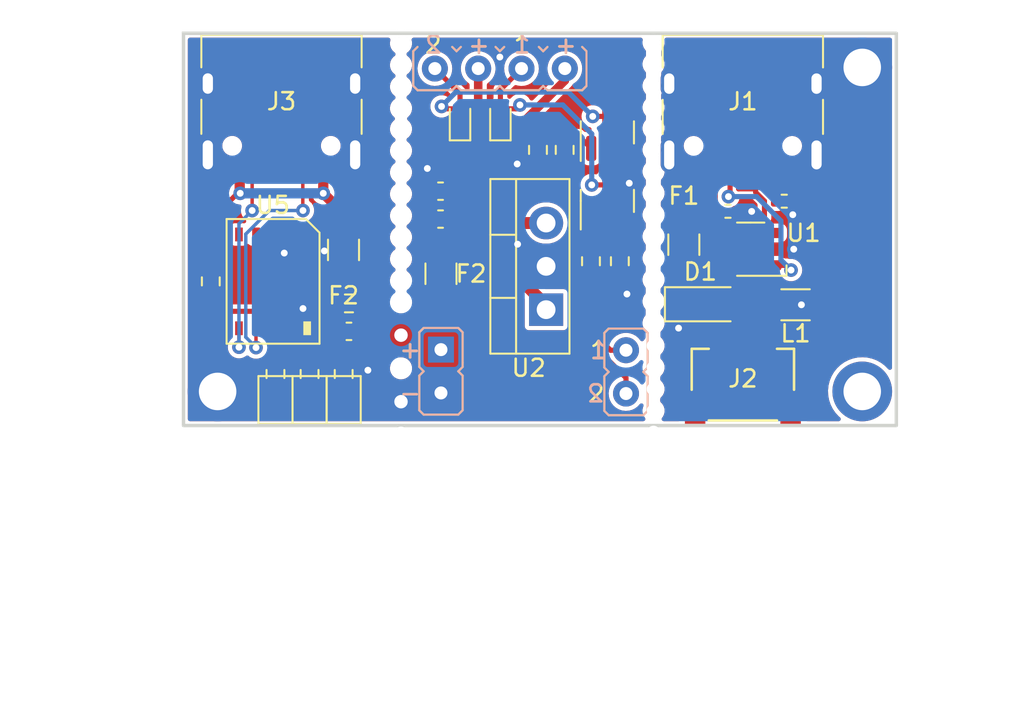
<source format=kicad_pcb>
(kicad_pcb (version 20211014) (generator pcbnew)
  (layers (0 "F.Cu" signal) (31 "B.Cu" signal) (34 "B.Paste" user) (35 "F.Paste" user) (36 "B.SilkS" user "B.Silkscreen") (37 "F.SilkS" user "F.Silkscreen") (38 "B.Mask" user) (39 "F.Mask" user) (44 "Edge.Cuts" user))
  (net 0 "")
  (net 1 "GNDPWR")
  (net 2 "VBUS")
  (net 3 "+12V")
  (net 4 "VCC")
  (net 5 "GND")
  (net 6 "D+")
  (net 7 "D-")
  (net 8 "CC1")
  (net 9 "CC2")
  (net 10 "S1")
  (net 11 "S2")
  (net 12 "S1_MOS")
  (net 13 "S2_MOS")
  (net 14 "S1_OUT")
  (net 15 "S2_OUT")
  (net 16 "VDD")
  (net 17 "VBUS_IN")
  (net 18 "GND_JUMP")
  (footprint "Resistor_SMD:R_0402_1005Metric" (layer "F.Cu") (at 51.925892 30.436168)
    (fp_text reference "R2" hide)
    (fp_text value "5.1k")
    (pad "1" smd roundrect (at -0.51 0) (size 0.54 0.64) (layers "F.Cu" "F.Paste" "F.Mask") (net 9 "CC2"))
    (pad "2" smd roundrect (at 0.51 0) (size 0.54 0.64) (layers "F.Cu" "F.Paste" "F.Mask") (net 1 "GNDPWR"))
  )
  (footprint "Capacitor_SMD:C_0603_1608Metric" (layer "F.Cu") (at 35.072123 30.891899 180)
    (fp_text reference "REF**" hide)
    (fp_text value "1uF")
    (pad "1" smd roundrect (at -0.775 0 180) (size 0.9 0.95) (layers "F.Cu" "F.Paste" "F.Mask") (net 4 "VCC"))
    (pad "2" smd roundrect (at 0.775 0 180) (size 0.9 0.95) (layers "F.Cu" "F.Paste" "F.Mask") (net 5 "GND"))
  )
  (footprint "Connector_USB:USB_C_Receptacle_HRO_TYPE-C-31-M-12" (layer "F.Cu") (at 25.745327 23.994483 180)
    (fp_text reference "J3" (at 0 0 180) (layer "F.SilkS"))
    (fp_text value "USB_C_Receptacle_HRO_TYPE-C-31-M-12")
    (pad "" np_thru_hole circle (at -2.89 -2.6 180) (size 0.65 0.65) (drill 0.65) (layers *.Cu *.Mask))
    (pad "" np_thru_hole circle (at 2.89 -2.6 180) (size 0.65 0.65) (drill 0.65) (layers *.Cu *.Mask))
    (pad "A1" smd rect (at -3.25 -4.045 180) (size 0.6 1.45) (layers "F.Cu" "F.Paste" "F.Mask") (net 5 "GND"))
    (pad "A4" smd rect (at -2.45 -4.045 180) (size 0.6 1.45) (layers "F.Cu" "F.Paste" "F.Mask") (net 2 "VBUS"))
    (pad "A5" smd rect (at -1.25 -4.045 180) (size 0.3 1.45) (layers "F.Cu" "F.Paste" "F.Mask") (net 8 "CC1"))
    (pad "A6" smd rect (at -0.25 -4.045 180) (size 0.3 1.45) (layers "F.Cu" "F.Paste" "F.Mask"))
    (pad "A7" smd rect (at 0.25 -4.045 180) (size 0.3 1.45) (layers "F.Cu" "F.Paste" "F.Mask"))
    (pad "A8" smd rect (at 1.25 -4.045 180) (size 0.3 1.45) (layers "F.Cu" "F.Paste" "F.Mask"))
    (pad "A9" smd rect (at 2.45 -4.045 180) (size 0.6 1.45) (layers "F.Cu" "F.Paste" "F.Mask") (net 2 "VBUS"))
    (pad "A12" smd rect (at 3.25 -4.045 180) (size 0.6 1.45) (layers "F.Cu" "F.Paste" "F.Mask") (net 5 "GND"))
    (pad "B1" smd rect (at 3.25 -4.045 180) (size 0.6 1.45) (layers "F.Cu" "F.Paste" "F.Mask") (net 5 "GND"))
    (pad "B4" smd rect (at 2.45 -4.045 180) (size 0.6 1.45) (layers "F.Cu" "F.Paste" "F.Mask") (net 2 "VBUS"))
    (pad "B5" smd rect (at 1.75 -4.045 180) (size 0.3 1.45) (layers "F.Cu" "F.Paste" "F.Mask") (net 9 "CC2"))
    (pad "B6" smd rect (at 0.75 -4.045 180) (size 0.3 1.45) (layers "F.Cu" "F.Paste" "F.Mask"))
    (pad "B7" smd rect (at -0.75 -4.045 180) (size 0.3 1.45) (layers "F.Cu" "F.Paste" "F.Mask"))
    (pad "B8" smd rect (at -1.75 -4.045 180) (size 0.3 1.45) (layers "F.Cu" "F.Paste" "F.Mask"))
    (pad "B9" smd rect (at -2.45 -4.045 180) (size 0.6 1.45) (layers "F.Cu" "F.Paste" "F.Mask") (net 2 "VBUS"))
    (pad "B12" smd rect (at -3.25 -4.045 180) (size 0.6 1.45) (layers "F.Cu" "F.Paste" "F.Mask") (net 5 "GND"))
    (pad "S1" thru_hole oval (at -4.32 -3.13 180) (size 1 2.1) (drill oval 0.6 1.7) (layers *.Cu *.Mask) (net 5 "GND"))
    (pad "S1" thru_hole oval (at -4.32 1.05 180) (size 1 1.6) (drill oval 0.6 1.2) (layers *.Cu *.Mask) (net 5 "GND"))
    (pad "S1" thru_hole oval (at 4.32 1.05 180) (size 1 1.6) (drill oval 0.6 1.2) (layers *.Cu *.Mask) (net 5 "GND"))
    (pad "S1" thru_hole oval (at 4.32 -3.13 180) (size 1 2.1) (drill oval 0.6 1.7) (layers *.Cu *.Mask) (net 5 "GND"))
  )
  (footprint "Jumper:SolderJumper-2_P1.3mm_Bridged_Pad1.0x1.5mm" (layer "F.Cu") (at 25.391832 41.5 90)
    (fp_text reference "REF**" hide)
    (fp_text value "SolderJumper-2_P1.3mm_Bridged_Pad1.0x1.5mm")
    (fp_poly (pts (xy -0.25 -0.3) (xy 0.25 -0.3) (xy 0.25 0.3) (xy -0.25 0.3)) (layer "F.Cu") (width 0) (fill solid))
    (pad "1" smd rect (at -0.65 0 90) (size 1 1.5) (layers "F.Cu" "F.Mask") (net 5 "GND"))
    (pad "2" smd rect (at 0.65 0 90) (size 1 1.5) (layers "F.Cu" "F.Mask") (net 18 "GND_JUMP"))
  )
  (footprint "Diode_SMD:D_SOD-123F" (layer "F.Cu") (at 50.428731 35.887041)
    (fp_text reference "D1" (at -0.127 -1.905) (layer "F.SilkS"))
    (fp_text value "SMF9.0CA")
    (pad "1" smd rect (at -1.4 0) (size 1.1 1.1) (layers "F.Cu" "F.Paste" "F.Mask") (net 1 "GNDPWR"))
    (pad "2" smd rect (at 1.4 0) (size 1.1 1.1) (layers "F.Cu" "F.Paste" "F.Mask") (net 4 "VCC"))
  )
  (footprint "acheron_Connectors:PinHeader_1x2_P2.54mm_Vertical" (layer "F.Cu") (at 45.947089 39.85295)
    (fp_text reference "J3" hide)
    (fp_text value "Conn_01x02_Male" hide)
    (fp_text user "1" (at -1.6 -1.27 unlocked) (layer "B.SilkS") (effects (justify mirror)))
    (fp_text user "2" (at -1.8 1.27 unlocked) (layer "B.SilkS") (effects (justify mirror)))
    (fp_text user "2" (at -1.741995 1.27 unlocked) (layer "F.SilkS"))
    (fp_text user "1" (at -1.617428 -1.27 unlocked) (layer "F.SilkS"))
    (pad "1" thru_hole circle (at 0 -1.27) (size 1.524 1.524) (drill 0.762) (layers F&B.Cu *.Mask) (net 10 "S1"))
    (pad "2" thru_hole oval (at 0 1.27) (size 1.524 1.524) (drill 0.762) (layers F&B.Cu *.Mask) (net 11 "S2"))
  )
  (footprint "" (layer "F.Cu") (at 59.8 22)
    (fp_text reference "" (at 0 0) (layer "F.SilkS") (effects (font (size 1.27 1.27))))
    (fp_text value "" (at 0 0) (layer "F.SilkS") (effects (font (size 1.27 1.27))))
    (pad "" thru_hole circle (at 0 0) (size 3.5 3.5) (drill 2.2) (layers F&B.Cu *.Mask) (net 1 "GNDPWR"))
  )
  (footprint "Resistor_SMD:R_0603_1608Metric" (layer "F.Cu") (at 21.600311 34.545236 90)
    (fp_text reference "REF**" hide)
    (fp_text value "19k")
    (pad "1" smd roundrect (at -0.825 0 90) (size 0.8 0.95) (layers "F.Cu" "F.Paste" "F.Mask") (net 4 "VCC"))
    (pad "2" smd roundrect (at 0.825 0 90) (size 0.8 0.95) (layers "F.Cu" "F.Paste" "F.Mask") (net 2 "VBUS"))
  )
  (footprint "Fuse:Fuse_1206_3216Metric" (layer "F.Cu") (at 49.337601 32.393986 -90)
    (fp_text reference "F1" (at -2.86326 0) (layer "F.SilkS"))
    (fp_text value "500mA")
    (pad "1" smd roundrect (at -1.4 0 270) (size 1.25 1.75) (layers "F.Cu" "F.Paste" "F.Mask") (roundrect_rratio 0.2) (net 2 "VBUS"))
    (pad "2" smd roundrect (at 1.4 0 270) (size 1.25 1.75) (layers "F.Cu" "F.Paste" "F.Mask") (roundrect_rratio 0.2) (net 4 "VCC"))
  )
  (footprint "" (layer "F.Cu") (at 59.8 25.847628)
    (fp_text reference "" (at 0 0) (layer "F.SilkS") (effects (font (size 1.27 1.27))))
    (fp_text value "" (at 0 0) (layer "F.SilkS") (effects (font (size 1.27 1.27))))
    (pad "" np_thru_hole circle (at 0 15.152372) (size 3.5 3.5) (drill 2.2) (layers F&B.Cu *.Mask))
  )
  (footprint "" (layer "F.Cu") (at 22 41)
    (fp_text reference "" (at 0 0) (layer "F.SilkS") (effects (font (size 1.27 1.27))))
    (fp_text value "" (at 0 0) (layer "F.SilkS") (effects (font (size 1.27 1.27))))
    (pad "" thru_hole circle (at 0 0) (size 3.5 3.5) (drill 2.2) (layers F&B.Cu *.Mask) (net 5 "GND"))
  )
  (footprint "Diode_SMD:D_SOD-523" (layer "F.Cu") (at 36.214957 25.126666 90)
    (fp_text reference "REF**" hide)
    (fp_text value "D_SOD-523")
    (pad "1" smd rect (at -0.7 0 270) (size 0.6 0.7) (layers "F.Cu" "F.Paste" "F.Mask") (net 3 "+12V"))
    (pad "2" smd rect (at 0.7 0 270) (size 0.6 0.7) (layers "F.Cu" "F.Paste" "F.Mask") (net 15 "S2_OUT"))
  )
  (footprint "Jumper:SolderJumper-2_P1.3mm_Bridged_Pad1.0x1.5mm" (layer "F.Cu") (at 29.391832 41.5 90)
    (fp_text reference "REF**" hide)
    (fp_text value "SolderJumper-2_P1.3mm_Bridged_Pad1.0x1.5mm")
    (fp_poly (pts (xy -0.25 -0.3) (xy 0.25 -0.3) (xy 0.25 0.3) (xy -0.25 0.3)) (layer "F.Cu") (width 0) (fill solid))
    (pad "1" smd rect (at -0.65 0 90) (size 1 1.5) (layers "F.Cu" "F.Mask") (net 5 "GND"))
    (pad "2" smd rect (at 0.65 0 90) (size 1 1.5) (layers "F.Cu" "F.Mask") (net 18 "GND_JUMP"))
  )
  (footprint "random-keyboard-parts:breakaway-mousebites" (layer "F.Cu") (at 47.308073 34.448204 -90)
    (fp_text reference "REF**")
    (fp_text value "breakaway-mousebites")
    (pad "" np_thru_hole circle (at -1.27 -0.254 270) (size 0.7874 0.7874) (drill 0.7874) (layers F&B.Cu *.Mask))
    (pad "" np_thru_hole circle (at -13.91 -0.254 270) (size 0.7874 0.7874) (drill 0.7874) (layers F&B.Cu *.Mask))
    (pad "" np_thru_hole circle (at -8.886 -0.254 270) (size 0.7874 0.7874) (drill 0.7874) (layers F&B.Cu *.Mask))
    (pad "" np_thru_hole circle (at -5.076 -0.254 270) (size 0.7874 0.7874) (drill 0.7874) (layers F&B.Cu *.Mask))
    (pad "" np_thru_hole circle (at 2.54 -0.254 270) (size 0.7874 0.7874) (drill 0.7874) (layers F&B.Cu *.Mask))
    (pad "" np_thru_hole circle (at 3.874 -0.254 270) (size 0.7874 0.7874) (drill 0.7874) (layers F&B.Cu *.Mask))
    (pad "" np_thru_hole circle (at -15.18 -0.254 270) (size 0.7874 0.7874) (drill 0.7874) (layers F&B.Cu *.Mask))
    (pad "" np_thru_hole circle (at -7.616 -0.254 270) (size 0.7874 0.7874) (drill 0.7874) (layers F&B.Cu *.Mask))
    (pad "" np_thru_hole circle (at -3.806 -0.254 270) (size 0.7874 0.7874) (drill 0.7874) (layers F&B.Cu *.Mask))
    (pad "" np_thru_hole circle (at 8.954 -0.254 270) (size 0.7874 0.7874) (drill 0.7874) (layers F&B.Cu *.Mask))
    (pad "" np_thru_hole circle (at 1.27 -0.254 270) (size 0.7874 0.7874) (drill 0.7874) (layers F&B.Cu *.Mask))
    (pad "" np_thru_hole circle (at 5.144 -0.254 270) (size 0.7874 0.7874) (drill 0.7874) (layers F&B.Cu *.Mask))
    (pad "" np_thru_hole circle (at 0 -0.254 270) (size 0.7874 0.7874) (drill 0.7874) (layers F&B.Cu *.Mask))
    (pad "" np_thru_hole circle (at 7.684 -0.254 270) (size 0.7874 0.7874) (drill 0.7874) (layers F&B.Cu *.Mask))
    (pad "" np_thru_hole circle (at -6.346 -0.254 270) (size 0.7874 0.7874) (drill 0.7874) (layers F&B.Cu *.Mask))
    (pad "" np_thru_hole circle (at -10.1 -0.254 270) (size 0.7874 0.7874) (drill 0.7874) (layers F&B.Cu *.Mask))
    (pad "" np_thru_hole circle (at 6.414 -0.254 270) (size 0.7874 0.7874) (drill 0.7874) (layers F&B.Cu *.Mask))
    (pad "" np_thru_hole circle (at -2.54 -0.254 270) (size 0.7874 0.7874) (drill 0.7874) (layers F&B.Cu *.Mask))
    (pad "" np_thru_hole circle (at -12.64 -0.254 270) (size 0.7874 0.7874) (drill 0.7874) (layers F&B.Cu *.Mask))
    (pad "" np_thru_hole circle (at -11.37 -0.254 270) (size 0.7874 0.7874) (drill 0.7874) (layers F&B.Cu *.Mask))
  )
  (footprint "Package_TO_SOT_SMD:SOT-23" (layer "F.Cu") (at 44.853145 29.826999 90)
    (fp_text reference "REF**" hide)
    (fp_text value "SOT-23")
    (pad "1" smd roundrect (at -0.9375 -0.95 90) (size 1.475 0.6) (layers "F.Cu" "F.Paste" "F.Mask") (net 12 "S1_MOS"))
    (pad "2" smd roundrect (at -0.9375 0.95 90) (size 1.475 0.6) (layers "F.Cu" "F.Paste" "F.Mask") (net 5 "GND"))
    (pad "3" smd roundrect (at 0.9375 0 90) (size 1.475 0.6) (layers "F.Cu" "F.Paste" "F.Mask") (net 14 "S1_OUT"))
  )
  (footprint "random-keyboard-parts:JST-SR-4" (layer "F.Cu") (at 52.8 42.9)
    (fp_text reference "J2" (at 0 -2.65) (layer "F.SilkS"))
    (fp_text value "JST-SR-4")
    (pad "" smd rect (at -2.8 -0.9) (size 1.2 1.8) (layers "F.Cu" "F.Paste" "F.Mask"))
    (pad "" smd rect (at 2.8 -0.9) (size 1.2 1.8) (layers "F.Cu" "F.Paste" "F.Mask"))
    (pad "1" smd rect (at -1.5 -4.775) (size 0.6 1.55) (layers "F.Cu" "F.Paste" "F.Mask") (net 4 "VCC"))
    (pad "2" smd rect (at -0.5 -4.775) (size 0.6 1.55) (layers "F.Cu" "F.Paste" "F.Mask") (net 7 "D-"))
    (pad "3" smd rect (at 0.5 -4.775) (size 0.6 1.55) (layers "F.Cu" "F.Paste" "F.Mask") (net 6 "D+"))
    (pad "4" smd rect (at 1.5 -4.775) (size 0.6 1.55) (layers "F.Cu" "F.Paste" "F.Mask") (net 5 "GND"))
  )
  (footprint "Resistor_SMD:R_0603_1608Metric" (layer "F.Cu") (at 40.78491 26.835822 90)
    (fp_text reference "REF**" hide)
    (fp_text value "1k")
    (pad "1" smd roundrect (at -0.825 0 90) (size 0.8 0.95) (layers "F.Cu" "F.Paste" "F.Mask") (net 5 "GND"))
    (pad "2" smd roundrect (at 0.825 0 90) (size 0.8 0.95) (layers "F.Cu" "F.Paste" "F.Mask") (net 13 "S2_MOS"))
  )
  (footprint "Jumper:SolderJumper-2_P1.3mm_Bridged_Pad1.0x1.5mm" (layer "F.Cu") (at 27.391832 41.5 90)
    (fp_text reference "REF**" hide)
    (fp_text value "SolderJumper-2_P1.3mm_Bridged_Pad1.0x1.5mm")
    (fp_poly (pts (xy -0.25 -0.3) (xy 0.25 -0.3) (xy 0.25 0.3) (xy -0.25 0.3)) (layer "F.Cu") (width 0) (fill solid))
    (pad "1" smd rect (at -0.65 0 90) (size 1 1.5) (layers "F.Cu" "F.Mask") (net 5 "GND"))
    (pad "2" smd rect (at 0.65 0 90) (size 1 1.5) (layers "F.Cu" "F.Mask") (net 18 "GND_JUMP"))
  )
  (footprint "Resistor_SMD:R_0603_1608Metric" (layer "F.Cu") (at 43.893004 33.364053 90)
    (fp_text reference "REF**" hide)
    (fp_text value "1k")
    (pad "1" smd roundrect (at -0.825 0 90) (size 0.8 0.95) (layers "F.Cu" "F.Paste" "F.Mask") (net 10 "S1"))
    (pad "2" smd roundrect (at 0.825 0 90) (size 0.8 0.95) (layers "F.Cu" "F.Paste" "F.Mask") (net 12 "S1_MOS"))
  )
  (footprint "Inductor_SMD:L_1206_3216Metric" (layer "F.Cu") (at 55.889559 35.918338)
    (fp_text reference "L1" (at 0 1.685765) (layer "F.SilkS"))
    (fp_text value "L_1206_3216Metric")
    (pad "1" smd roundrect (at -1.575 0) (size 1.05 1.9) (layers "F.Cu" "F.Paste" "F.Mask") (roundrect_rratio 0.238095) (net 5 "GND"))
    (pad "2" smd roundrect (at 1.575 0) (size 1.05 1.9) (layers "F.Cu" "F.Paste" "F.Mask") (roundrect_rratio 0.238095) (net 1 "GNDPWR"))
  )
  (footprint "Capacitor_SMD:C_0603_1608Metric" (layer "F.Cu") (at 29.700824 37.475722)
    (fp_text reference "REF**" hide)
    (fp_text value "1uF")
    (pad "1" smd roundrect (at -0.775 0) (size 0.9 0.95) (layers "F.Cu" "F.Paste" "F.Mask") (net 16 "VDD"))
    (pad "2" smd roundrect (at 0.775 0) (size 0.9 0.95) (layers "F.Cu" "F.Paste" "F.Mask") (net 5 "GND"))
  )
  (footprint "Resistor_SMD:R_0402_1005Metric" (layer "F.Cu") (at 55.225796 29.843697)
    (fp_text reference "R1" hide)
    (fp_text value "5.1k")
    (pad "1" smd roundrect (at -0.51 0) (size 0.54 0.64) (layers "F.Cu" "F.Paste" "F.Mask") (net 8 "CC1"))
    (pad "2" smd roundrect (at 0.51 0) (size 0.54 0.64) (layers "F.Cu" "F.Paste" "F.Mask") (net 1 "GNDPWR"))
  )
  (footprint "Resistor_SMD:R_0603_1608Metric" (layer "F.Cu") (at 45.586672 33.364053 90)
    (fp_text reference "REF**" hide)
    (fp_text value "1k")
    (pad "1" smd roundrect (at -0.825 0 90) (size 0.8 0.95) (layers "F.Cu" "F.Paste" "F.Mask") (net 5 "GND"))
    (pad "2" smd roundrect (at 0.825 0 90) (size 0.8 0.95) (layers "F.Cu" "F.Paste" "F.Mask") (net 12 "S1_MOS"))
  )
  (footprint "marbastlib-various:SOT-23-6-routable" (layer "F.Cu") (at 53.26005 32.658296 180)
    (fp_text reference "U1" (at -3.099026 0.94482) (layer "F.SilkS"))
    (fp_text value "SRV05-4")
    (pad "1" smd roundrect (at -1.175 -0.95 180) (size 1.25 0.6) (layers "F.Cu" "F.Paste" "F.Mask") (net 6 "D+"))
    (pad "2" smd roundrect (at -1.175 0 180) (size 1.25 0.6) (layers "F.Cu" "F.Paste" "F.Mask") (net 1 "GNDPWR"))
    (pad "3" smd roundrect (at -1.25 0.95 180) (size 1.25 0.6) (layers "F.Cu" "F.Paste" "F.Mask"))
    (pad "4" smd roundrect (at 1.175 0.95 180) (size 1.25 0.6) (layers "F.Cu" "F.Paste" "F.Mask"))
    (pad "5" smd roundrect (at 1.175 0 180) (size 1.25 0.6) (layers "F.Cu" "F.Paste" "F.Mask") (net 2 "VBUS"))
    (pad "6" smd roundrect (at 1.175 -0.95 180) (size 1.25 0.6) (layers "F.Cu" "F.Paste" "F.Mask") (net 7 "D-"))
  )
  (footprint "Connector_USB:USB_C_Receptacle_HRO_TYPE-C-31-M-12" (layer "F.Cu") (at 52.8 24 180)
    (fp_text reference "J1" (at 0 0 180) (layer "F.SilkS"))
    (fp_text value "USB_C_Receptacle_HRO_TYPE-C-31-M-12")
    (pad "" np_thru_hole circle (at -2.89 -2.6 180) (size 0.65 0.65) (drill 0.65) (layers *.Cu *.Mask))
    (pad "" np_thru_hole circle (at 2.89 -2.6 180) (size 0.65 0.65) (drill 0.65) (layers *.Cu *.Mask))
    (pad "A1" smd rect (at -3.25 -4.045 180) (size 0.6 1.45) (layers "F.Cu" "F.Paste" "F.Mask") (net 1 "GNDPWR"))
    (pad "A4" smd rect (at -2.45 -4.045 180) (size 0.6 1.45) (layers "F.Cu" "F.Paste" "F.Mask") (net 2 "VBUS"))
    (pad "A5" smd rect (at -1.25 -4.045 180) (size 0.3 1.45) (layers "F.Cu" "F.Paste" "F.Mask") (net 8 "CC1"))
    (pad "A6" smd rect (at -0.25 -4.045 180) (size 0.3 1.45) (layers "F.Cu" "F.Paste" "F.Mask") (net 6 "D+"))
    (pad "A7" smd rect (at 0.25 -4.045 180) (size 0.3 1.45) (layers "F.Cu" "F.Paste" "F.Mask") (net 7 "D-"))
    (pad "A8" smd rect (at 1.25 -4.045 180) (size 0.3 1.45) (layers "F.Cu" "F.Paste" "F.Mask"))
    (pad "A9" smd rect (at 2.45 -4.045 180) (size 0.6 1.45) (layers "F.Cu" "F.Paste" "F.Mask") (net 2 "VBUS"))
    (pad "A12" smd rect (at 3.25 -4.045 180) (size 0.6 1.45) (layers "F.Cu" "F.Paste" "F.Mask") (net 1 "GNDPWR"))
    (pad "B1" smd rect (at 3.25 -4.045 180) (size 0.6 1.45) (layers "F.Cu" "F.Paste" "F.Mask") (net 1 "GNDPWR"))
    (pad "B4" smd rect (at 2.45 -4.045 180) (size 0.6 1.45) (layers "F.Cu" "F.Paste" "F.Mask") (net 2 "VBUS"))
    (pad "B5" smd rect (at 1.75 -4.045 180) (size 0.3 1.45) (layers "F.Cu" "F.Paste" "F.Mask") (net 9 "CC2"))
    (pad "B6" smd rect (at 0.75 -4.045 180) (size 0.3 1.45) (layers "F.Cu" "F.Paste" "F.Mask") (net 6 "D+"))
    (pad "B7" smd rect (at -0.75 -4.045 180) (size 0.3 1.45) (layers "F.Cu" "F.Paste" "F.Mask") (net 7 "D-"))
    (pad "B8" smd rect (at -1.75 -4.045 180) (size 0.3 1.45) (layers "F.Cu" "F.Paste" "F.Mask"))
    (pad "B9" smd rect (at -2.45 -4.045 180) (size 0.6 1.45) (layers "F.Cu" "F.Paste" "F.Mask") (net 2 "VBUS"))
    (pad "B12" smd rect (at -3.25 -4.045 180) (size 0.6 1.45) (layers "F.Cu" "F.Paste" "F.Mask") (net 1 "GNDPWR"))
    (pad "S1" thru_hole oval (at -4.32 -3.13 180) (size 1 2.1) (drill oval 0.6 1.7) (layers *.Cu *.Mask) (net 1 "GNDPWR"))
    (pad "S1" thru_hole oval (at -4.32 1.05 180) (size 1 1.6) (drill oval 0.6 1.2) (layers *.Cu *.Mask) (net 1 "GNDPWR"))
    (pad "S1" thru_hole oval (at 4.32 -3.13 180) (size 1 2.1) (drill oval 0.6 1.7) (layers *.Cu *.Mask) (net 1 "GNDPWR"))
    (pad "S1" thru_hole oval (at 4.32 1.05 180) (size 1 1.6) (drill oval 0.6 1.2) (layers *.Cu *.Mask) (net 1 "GNDPWR"))
  )
  (footprint "Resistor_SMD:R_0603_1608Metric" (layer "F.Cu") (at 42.351098 26.835822 90)
    (fp_text reference "REF**" hide)
    (fp_text value "1k")
    (pad "1" smd roundrect (at -0.825 0 90) (size 0.8 0.95) (layers "F.Cu" "F.Paste" "F.Mask") (net 11 "S2"))
    (pad "2" smd roundrect (at 0.825 0 90) (size 0.8 0.95) (layers "F.Cu" "F.Paste" "F.Mask") (net 13 "S2_MOS"))
  )
  (footprint "acheron_Connectors:PinHeader_1x2_P2.54mm_Vertical" (layer "F.Cu") (at 35.096888 39.817793)
    (fp_text reference "J3" hide)
    (fp_text value "Conn_01x02_Male" hide)
    (fp_text user "-" (at -1.8 1.27 unlocked) (layer "B.SilkS") (effects (justify mirror)))
    (fp_text user "+" (at -1.8 -1.27 unlocked) (layer "B.SilkS") (effects (justify mirror)))
    (fp_text user "-" (at -1.812127 1.27 unlocked) (layer "F.SilkS"))
    (fp_text user "+" (at -1.812127 -1.27 unlocked) (layer "F.SilkS"))
    (pad "1" thru_hole rect (at 0 -1.27) (size 1.524 1.524) (drill 0.762) (layers F&B.Cu *.Mask) (net 17 "VBUS_IN"))
    (pad "2" thru_hole oval (at 0 1.27) (size 1.524 1.524) (drill 0.762) (layers F&B.Cu *.Mask) (net 5 "GND"))
  )
  (footprint "Resistor_SMD:R_0603_1608Metric" (layer "F.Cu") (at 25.391832 39.977993 -90)
    (fp_text reference "REF**" hide)
    (fp_text value "24k")
    (pad "1" smd roundrect (at -0.825 0 270) (size 0.8 0.95) (layers "F.Cu" "F.Paste" "F.Mask"))
    (pad "2" smd roundrect (at 0.825 0 270) (size 0.8 0.95) (layers "F.Cu" "F.Paste" "F.Mask") (net 18 "GND_JUMP"))
  )
  (footprint "Resistor_SMD:R_0603_1608Metric" (layer "F.Cu") (at 29.391832 39.977993 -90)
    (fp_text reference "REF**2" hide)
    (fp_text value "24k")
    (pad "1" smd roundrect (at -0.825 0 270) (size 0.8 0.95) (layers "F.Cu" "F.Paste" "F.Mask"))
    (pad "2" smd roundrect (at 0.825 0 270) (size 0.8 0.95) (layers "F.Cu" "F.Paste" "F.Mask") (net 18 "GND_JUMP"))
  )
  (footprint "Package_TO_SOT_THT:TO-220-3_Vertical" (layer "F.Cu") (at 41.262032 36.204092 90)
    (fp_text reference "U2" (at -3.421269 -1.020866 180) (layer "F.SilkS"))
    (fp_text value "TO-220-3_Vertical")
    (pad "1" thru_hole rect (at 0 0 90) (size 1.905 2) (drill 1.1) (layers *.Cu *.Mask) (net 4 "VCC"))
    (pad "2" thru_hole oval (at 2.54 0 90) (size 1.905 2) (drill 1.1) (layers *.Cu *.Mask) (net 5 "GND"))
    (pad "3" thru_hole oval (at 5.08 0 90) (size 1.905 2) (drill 1.1) (layers *.Cu *.Mask) (net 3 "+12V"))
  )
  (footprint "random-keyboard-parts:breakaway-mousebites" (layer "F.Cu") (at 32.5 34.5 -90)
    (fp_text reference "REF**")
    (fp_text value "breakaway-mousebites")
    (pad "" thru_hole circle (at 7.1 -0.254 270) (size 0.7874 0.7874) (drill 0.7874) (layers F&B.Cu *.Mask) (net 5 "GND"))
    (pad "" np_thru_hole circle (at 5.144 -0.254 270) (size 0.7874 0.7874) (drill 0.7874) (layers F&B.Cu *.Mask))
    (pad "" np_thru_hole circle (at -7.616 -0.254 270) (size 0.7874 0.7874) (drill 0.7874) (layers F&B.Cu *.Mask))
    (pad "" np_thru_hole circle (at -6.346 -0.254 270) (size 0.7874 0.7874) (drill 0.7874) (layers F&B.Cu *.Mask))
    (pad "" np_thru_hole circle (at -12.64 -0.254 270) (size 0.7874 0.7874) (drill 0.7874) (layers F&B.Cu *.Mask))
    (pad "" np_thru_hole circle (at -5.076 -0.254 270) (size 0.7874 0.7874) (drill 0.7874) (layers F&B.Cu *.Mask))
    (pad "" np_thru_hole circle (at -10.1 -0.254 270) (size 0.7874 0.7874) (drill 0.7874) (layers F&B.Cu *.Mask))
    (pad "" np_thru_hole circle (at -15.18 -0.254 270) (size 0.7874 0.7874) (drill 0.7874) (layers F&B.Cu *.Mask))
    (pad "" np_thru_hole circle (at 1.27 -0.254 270) (size 0.7874 0.7874) (drill 0.7874) (layers F&B.Cu *.Mask))
    (pad "" np_thru_hole circle (at -13.91 -0.254 270) (size 0.7874 0.7874) (drill 0.7874) (layers F&B.Cu *.Mask))
    (pad "" np_thru_hole circle (at 0 -0.254 270) (size 0.7874 0.7874) (drill 0.7874) (layers F&B.Cu *.Mask))
    (pad "" np_thru_hole circle (at -11.37 -0.254 270) (size 0.7874 0.7874) (drill 0.7874) (layers F&B.Cu *.Mask))
    (pad "" np_thru_hole circle (at -2.54 -0.254 270) (size 0.7874 0.7874) (drill 0.7874) (layers F&B.Cu *.Mask))
    (pad "" np_thru_hole circle (at 8.954 -0.254 270) (size 0.7874 0.7874) (drill 0.7874) (layers F&B.Cu *.Mask))
    (pad "" np_thru_hole circle (at -3.806 -0.254 270) (size 0.7874 0.7874) (drill 0.7874) (layers F&B.Cu *.Mask))
    (pad "" np_thru_hole circle (at -8.886 -0.254 270) (size 0.7874 0.7874) (drill 0.7874) (layers F&B.Cu *.Mask))
    (pad "" thru_hole circle (at 3.2 -0.254 270) (size 0.7874 0.7874) (drill 0.7874) (layers F&B.Cu *.Mask) (net 17 "VBUS_IN"))
    (pad "" np_thru_hole circle (at -1.27 -0.254 270) (size 0.7874 0.7874) (drill 0.7874) (layers F&B.Cu *.Mask))
  )
  (footprint "Capacitor_SMD:C_0603_1608Metric" (layer "F.Cu") (at 35.072123 29.256912 180)
    (fp_text reference "REF**" hide)
    (fp_text value "1uF")
    (pad "1" smd roundrect (at -0.775 0 180) (size 0.9 0.95) (layers "F.Cu" "F.Paste" "F.Mask") (net 3 "+12V"))
    (pad "2" smd roundrect (at 0.775 0 180) (size 0.9 0.95) (layers "F.Cu" "F.Paste" "F.Mask") (net 5 "GND"))
  )
  (footprint "Fuse:Fuse_1206_3216Metric" (layer "F.Cu") (at 35.096888 34.098728 90)
    (fp_text reference "F2" (at 0 1.76022) (layer "F.SilkS"))
    (fp_text value "Fuse_1206_3216Metric")
    (pad "1" smd roundrect (at -1.4 0 90) (size 1.25 1.75) (layers "F.Cu" "F.Paste" "F.Mask") (roundrect_rratio 0.2) (net 17 "VBUS_IN"))
    (pad "2" smd roundrect (at 1.4 0 90) (size 1.25 1.75) (layers "F.Cu" "F.Paste" "F.Mask") (roundrect_rratio 0.2) (net 4 "VCC"))
  )
  (footprint "Fuse:Fuse_1206_3216Metric" (layer "F.Cu") (at 29.382394 32.701411 90)
    (fp_text reference "F2" (at -2.674798 0) (layer "F.SilkS"))
    (fp_text value "Fuse_1206_3216Metric")
    (pad "1" smd roundrect (at -1.4 0 90) (size 1.25 1.75) (layers "F.Cu" "F.Paste" "F.Mask") (roundrect_rratio 0.2) (net 17 "VBUS_IN"))
    (pad "2" smd roundrect (at 1.4 0 90) (size 1.25 1.75) (layers "F.Cu" "F.Paste" "F.Mask") (roundrect_rratio 0.2) (net 2 "VBUS"))
  )
  (footprint "Package_TO_SOT_SMD:SOT-23" (layer "F.Cu") (at 44.853145 25.80923 90)
    (fp_text reference "REF**" hide)
    (fp_text value "SOT-23")
    (pad "1" smd roundrect (at -0.9375 -0.95 90) (size 1.475 0.6) (layers "F.Cu" "F.Paste" "F.Mask") (net 13 "S2_MOS"))
    (pad "2" smd roundrect (at -0.9375 0.95 90) (size 1.475 0.6) (layers "F.Cu" "F.Paste" "F.Mask") (net 5 "GND"))
    (pad "3" smd roundrect (at 0.9375 0 90) (size 1.475 0.6) (layers "F.Cu" "F.Paste" "F.Mask") (net 15 "S2_OUT"))
  )
  (footprint "Diode_SMD:D_SOD-523" (layer "F.Cu") (at 38.582595 25.126666 90)
    (fp_text reference "REF**" hide)
    (fp_text value "D_SOD-523")
    (pad "1" smd rect (at -0.7 0 270) (size 0.6 0.7) (layers "F.Cu" "F.Paste" "F.Mask") (net 3 "+12V"))
    (pad "2" smd rect (at 0.7 0 270) (size 0.6 0.7) (layers "F.Cu" "F.Paste" "F.Mask") (net 14 "S1_OUT"))
  )
  (footprint "Resistor_SMD:R_0603_1608Metric" (layer "F.Cu") (at 29.700824 35.837861)
    (fp_text reference "REF**" hide)
    (fp_text value "1k")
    (pad "1" smd roundrect (at -0.825 0) (size 0.8 0.95) (layers "F.Cu" "F.Paste" "F.Mask") (net 16 "VDD"))
    (pad "2" smd roundrect (at 0.825 0) (size 0.8 0.95) (layers "F.Cu" "F.Paste" "F.Mask") (net 17 "VBUS_IN"))
  )
  (footprint "acheron_Connectors:PinHeader_1x4_P2.54mm_Vertical" (layer "F.Cu") (at 38.549985 22.066568 90)
    (fp_text reference "J3" hide)
    (fp_text value "Conn_01x02_Male" hide)
    (fp_text user "1" (at 1.4 1.3 unlocked) (layer "B.SilkS") (effects (justify mirror)))
    (fp_text user "+" (at 1.3 3.8 90 unlocked) (layer "B.SilkS") (effects (justify mirror)))
    (fp_text user "2" (at 1.4 -3.9 unlocked) (layer "B.SilkS") (effects (justify mirror)))
    (fp_text user "+" (at 1.3 -1.3 90 unlocked) (layer "B.SilkS") (effects (justify mirror)))
    (fp_text user "2" (at 1.4 -3.9 unlocked) (layer "F.SilkS"))
    (fp_text user "1" (at 1.4 1.3 unlocked) (layer "F.SilkS"))
    (fp_text user "+" (at 1.3 -1.3 90 unlocked) (layer "F.SilkS"))
    (fp_text user "+" (at 1.3 3.8 90 unlocked) (layer "F.SilkS"))
    (pad "1" thru_hole circle (at 0 -3.81 90) (size 1.524 1.524) (drill 0.762) (layers F&B.Cu *.Mask) (net 15 "S2_OUT"))
    (pad "2" thru_hole oval (at 0 -1.27 90) (size 1.524 1.524) (drill 0.762) (layers F&B.Cu *.Mask) (net 3 "+12V"))
    (pad "3" thru_hole oval (at 0 1.27 90) (size 1.524 1.524) (drill 0.762) (layers F&B.Cu *.Mask) (net 14 "S1_OUT"))
    (pad "4" thru_hole oval (at 0 3.81 90) (size 1.524 1.524) (drill 0.762) (layers F&B.Cu *.Mask) (net 3 "+12V"))
  )
  (footprint "Resistor_SMD:R_0603_1608Metric" (layer "F.Cu") (at 27.391832 39.977993 -90)
    (fp_text reference "REF**1" hide)
    (fp_text value "24k")
    (pad "1" smd roundrect (at -0.825 0 270) (size 0.8 0.95) (layers "F.Cu" "F.Paste" "F.Mask"))
    (pad "2" smd roundrect (at 0.825 0 270) (size 0.8 0.95) (layers "F.Cu" "F.Paste" "F.Mask") (net 18 "GND_JUMP"))
  )
  (footprint "Package_SO:SSOP-10-1.0pitch" (layer "F.Cu") (at 25.251302 34.545236 180)
    (fp_text reference "U5" (at 0.011854 4.467884) (layer "F.SilkS"))
    (fp_text value "CH224K")
    (pad "" smd rect (at -2 -2.75 180) (size 0.45 0.81) (layers "F.SilkS"))
    (pad "0" smd roundrect (at 0 0 180) (size 3.2 2.2) (layers "F.Cu" "F.Paste" "F.Mask") (roundrect_rratio 0.05) (net 5 "GND"))
    (pad "1" smd rect (at -2 2.75 180) (size 0.45 0.81) (layers "F.Cu" "F.Paste" "F.Mask") (net 16 "VDD"))
    (pad "2" smd rect (at -1 2.75 180) (size 0.45 0.81) (layers "F.Cu" "F.Paste" "F.Mask"))
    (pad "3" smd rect (at 0 2.75 180) (size 0.45 0.81) (layers "F.Cu" "F.Paste" "F.Mask"))
    (pad "4" smd rect (at 1 2.75 180) (size 0.45 0.81) (layers "F.Cu" "F.Paste" "F.Mask"))
    (pad "5" smd rect (at 2 2.75 180) (size 0.45 0.81) (layers "F.Cu" "F.Paste" "F.Mask"))
    (pad "6" smd rect (at 2 -2.75 180) (size 0.45 0.81) (layers "F.Cu" "F.Paste" "F.Mask") (net 9 "CC2"))
    (pad "7" smd rect (at 1 -2.75 180) (size 0.45 0.81) (layers "F.Cu" "F.Paste" "F.Mask") (net 8 "CC1"))
    (pad "8" smd rect (at 0 -2.75 180) (size 0.45 0.81) (layers "F.Cu" "F.Paste" "F.Mask") (net 4 "VCC"))
    (pad "9" smd rect (at -1 -2.75 180) (size 0.45 0.81) (layers "F.Cu" "F.Paste" "F.Mask"))
  )
  (gr_rect (start 20 20) (end 61.8 43) (layer "Edge.Cuts") (width 0.2) (fill none))
  (segment (start 26.251302 37.295236) (end 26.251302 39.151525) (width 0.3) (layer "F.Cu") (net 0))
  (segment (start 25.391832 39.152993) (end 26.25277 39.152993) (width 0.3) (layer "F.Cu") (net 0))
  (segment (start 26.25277 39.152993) (end 29.391832 39.152993) (width 0.3) (layer "F.Cu") (net 0))
  (segment (start 26.251302 39.151525) (end 26.25277 39.152993) (width 0.3) (layer "F.Cu") (net 0))
  (segment (start 53.309684 30.436168) (end 52.435892 30.436168) (width 0.5) (layer "F.Cu") (net 1))
  (segment (start 56.232952 35.91822) (end 57.464441 35.91822) (width 0.5) (layer "F.Cu") (net 1))
  (segment (start 55.727161 30.635683) (end 55.727161 29.852332) (width 0.5) (layer "F.Cu") (net 1))
  (segment (start 57.464441 35.91822) (end 57.464559 35.918338) (width 0.5) (layer "F.Cu") (net 1))
  (segment (start 53.316179 30.442663) (end 53.309684 30.436168) (width 0.5) (layer "F.Cu") (net 1))
  (segment (start 55.78295 32.658296) (end 54.43505 32.658296) (width 0.5) (layer "F.Cu") (net 1))
  (segment (start 49.028731 37.287238) (end 49.028731 35.887041) (width 0.5) (layer "F.Cu") (net 1))
  (segment (start 55.727161 29.852332) (end 55.735796 29.843697) (width 0.5) (layer "F.Cu") (net 1))
  (via (at 56.232952 35.91822) (size 0.8) (drill 0.4) (layers "F.Cu" "B.Cu") (net 1))
  (via (at 53.316179 30.442663) (size 0.8) (drill 0.4) (layers "F.Cu" "B.Cu") (net 1))
  (via (at 49.028731 37.287238) (size 0.8) (drill 0.4) (layers "F.Cu" "B.Cu") (net 1))
  (via (at 55.727161 30.635683) (size 0.8) (drill 0.4) (layers "F.Cu" "B.Cu") (net 1))
  (via (at 55.78295 32.658296) (size 0.8) (drill 0.4) (layers "F.Cu" "B.Cu") (net 1))
  (segment (start 55.25 27.298098) (end 55.25 28.045) (width 0.4) (layer "F.Cu") (net 2))
  (segment (start 51.515025 32.658296) (end 52.08505 32.658296) (width 0.5) (layer "F.Cu") (net 2))
  (segment (start 23.32453 29.381479) (end 23.295327 29.352276) (width 0.6) (layer "F.Cu") (net 2))
  (segment (start 54.371902 26.42) (end 55.25 27.298098) (width 0.4) (layer "F.Cu") (net 2))
  (segment (start 50.679838 31.823109) (end 51.515025 32.658296) (width 0.5) (layer "F.Cu") (net 2))
  (segment (start 28.195327 28.039483) (end 28.195327 29.381479) (width 0.6) (layer "F.Cu") (net 2))
  (segment (start 50.679838 30.224149) (end 50.679838 31.823109) (width 0.5) (layer "F.Cu") (net 2))
  (segment (start 29.382394 30.568546) (end 29.382394 31.301411) (width 0.6) (layer "F.Cu") (net 2))
  (segment (start 21.600311 30.949466) (end 23.168298 29.381479) (width 0.3) (layer "F.Cu") (net 2))
  (segment (start 23.168298 29.381479) (end 23.32453 29.381479) (width 0.3) (layer "F.Cu") (net 2))
  (segment (start 50.679838 30.224149) (end 49.910001 30.993986) (width 0.5) (layer "F.Cu") (net 2))
  (segment (start 50.35 28.045) (end 50.35 29.123271) (width 0.5) (layer "F.Cu") (net 2))
  (segment (start 50.35 27.255339) (end 51.185339 26.42) (width 0.4) (layer "F.Cu") (net 2))
  (segment (start 50.679838 29.453109) (end 50.679838 30.224149) (width 0.5) (layer "F.Cu") (net 2))
  (segment (start 21.600311 33.720236) (end 21.600311 30.949466) (width 0.3) (layer "F.Cu") (net 2))
  (segment (start 50.35 29.123271) (end 50.679838 29.453109) (width 0.5) (layer "F.Cu") (net 2))
  (segment (start 28.195327 29.381479) (end 29.382394 30.568546) (width 0.6) (layer "F.Cu") (net 2))
  (segment (start 51.185339 26.42) (end 54.371902 26.42) (width 0.4) (layer "F.Cu") (net 2))
  (segment (start 49.910001 30.993986) (end 49.337601 30.993986) (width 0.5) (layer "F.Cu") (net 2))
  (segment (start 50.35 28.045) (end 50.35 27.255339) (width 0.4) (layer "F.Cu") (net 2))
  (segment (start 23.295327 29.352276) (end 23.295327 28.039483) (width 0.6) (layer "F.Cu") (net 2))
  (via (at 28.195327 29.381479) (size 0.8) (drill 0.4) (layers "F.Cu" "B.Cu") (net 2))
  (via (at 23.32453 29.381479) (size 0.8) (drill 0.4) (layers "F.Cu" "B.Cu") (net 2))
  (segment (start 23.32453 29.381479) (end 28.195327 29.381479) (width 0.6) (layer "B.Cu") (net 2))
  (segment (start 37.279985 24.792314) (end 37.279985 22.066568) (width 0.5) (layer "F.Cu") (net 3))
  (segment (start 36.245633 25.826666) (end 37.279985 24.792314) (width 0.5) (layer "F.Cu") (net 3))
  (segment (start 37.714303 31.124092) (end 35.847123 29.256912) (width 0.7) (layer "F.Cu") (net 3))
  (segment (start 37.400934 25.828655) (end 37.400934 27.703101) (width 0.7) (layer "F.Cu") (net 3))
  (segment (start 36.214957 25.826666) (end 38.582595 25.826666) (width 0.7) (layer "F.Cu") (net 3))
  (segment (start 36.214957 25.826666) (end 36.245633 25.826666) (width 0.5) (layer "F.Cu") (net 3))
  (segment (start 37.400934 27.703101) (end 35.847123 29.256912) (width 0.7) (layer "F.Cu") (net 3))
  (segment (start 39.302464 25.826666) (end 42.359985 22.769145) (width 0.5) (layer "F.Cu") (net 3))
  (segment (start 38.582595 25.826666) (end 39.302464 25.826666) (width 0.5) (layer "F.Cu") (net 3))
  (segment (start 41.262032 31.124092) (end 37.714303 31.124092) (width 0.7) (layer "F.Cu") (net 3))
  (segment (start 42.359985 22.769145) (end 42.359985 22.066568) (width 0.5) (layer "F.Cu") (net 3))
  (segment (start 22.531122 36.301047) (end 24.587113 36.301047) (width 0.3) (layer "F.Cu") (net 4))
  (segment (start 35.847123 31.948493) (end 35.847123 30.891899) (width 0.7) (layer "F.Cu") (net 4))
  (segment (start 41.262032 35.944613) (end 41.262032 36.204092) (width 0.7) (layer "F.Cu") (net 4))
  (segment (start 35.847123 30.891899) (end 36.209318 30.891899) (width 0.7) (layer "F.Cu") (net 4))
  (segment (start 51.3 38.125) (end 51.3 36.415772) (width 0.5) (layer "F.Cu") (net 4))
  (segment (start 21.600311 35.370236) (end 22.531122 36.301047) (width 0.3) (layer "F.Cu") (net 4))
  (segment (start 49.337601 33.793986) (end 49.735676 33.793986) (width 0.5) (layer "F.Cu") (net 4))
  (segment (start 49.735676 33.793986) (end 51.828731 35.887041) (width 0.5) (layer "F.Cu") (net 4))
  (segment (start 25.251302 36.965236) (end 25.251302 37.295236) (width 0.3) (layer "F.Cu") (net 4))
  (segment (start 36.209318 30.891899) (end 41.262032 35.944613) (width 0.7) (layer "F.Cu") (net 4))
  (segment (start 24.587113 36.301047) (end 25.251302 36.965236) (width 0.3) (layer "F.Cu") (net 4))
  (segment (start 35.096888 32.698728) (end 35.847123 31.948493) (width 0.7) (layer "F.Cu") (net 4))
  (segment (start 51.3 36.415772) (end 51.828731 35.887041) (width 0.5) (layer "F.Cu") (net 4))
  (segment (start 34.297123 27.924922) (end 34.297123 29.256912) (width 0.5) (layer "F.Cu") (net 5))
  (segment (start 46.002613 35.28795) (end 45.586672 34.872009) (width 0.5) (layer "F.Cu") (net 5))
  (segment (start 45.586672 34.872009) (end 45.586672 34.189053) (width 0.5) (layer "F.Cu") (net 5))
  (segment (start 34.297123 30.891899) (end 34.297123 29.256912) (width 0.5) (layer "F.Cu") (net 5))
  (segment (start 39.566426 27.660822) (end 40.78491 27.660822) (width 0.25) (layer "F.Cu") (net 5))
  (segment (start 54.3 38.125) (end 54.3 35.932897) (width 0.5) (layer "F.Cu") (net 5))
  (via (at 30.812088 39.755006) (size 0.8) (drill 0.4) (layers "F.Cu" "B.Cu") (net 5))
  (via (at 27.006471 36.137261) (size 0.8) (drill 0.4) (layers "F.Cu" "B.Cu") (net 5))
  (via (at 28.258952 32.760378) (size 0.8) (drill 0.4) (layers "F.Cu" "B.Cu") (net 5))
  (via (at 39.591271 32.366838) (size 0.8) (drill 0.4) (layers "F.Cu" "B.Cu") (net 5))
  (via (at 46.002613 35.28795) (size 0.8) (drill 0.4) (layers "F.Cu" "B.Cu") (net 5))
  (via (at 46.137963 28.788135) (size 0.8) (drill 0.4) (layers "F.Cu" "B.Cu") (net 5))
  (via (at 39.566426 27.660822) (size 0.8) (drill 0.4) (layers "F.Cu" "B.Cu") (net 5))
  (via (at 34.297123 27.924922) (size 0.8) (drill 0.4) (layers "F.Cu" "B.Cu") (net 5))
  (via (at 38.549293 21.391339) (size 0.8) (drill 0.4) (layers "F.Cu" "B.Cu") (net 5))
  (via (at 25.90814 32.885626) (size 0.8) (drill 0.4) (layers "F.Cu" "B.Cu") (net 5))
  (segment (start 53.05 26.97) (end 53.05 28.045) (width 0.3) (layer "F.Cu") (net 6))
  (segment (start 51.953943 29.574386) (end 52.05 29.478329) (width 0.3) (layer "F.Cu") (net 6))
  (segment (start 53.3 34.743346) (end 53.3 38.125) (width 0.3) (layer "F.Cu") (net 6))
  (segment (start 52.05 28.045) (end 52.05 26.97) (width 0.3) (layer "F.Cu") (net 6))
  (segment (start 55.350075 33.608296) (end 54.43505 33.608296) (width 0.3) (layer "F.Cu") (net 6))
  (segment (start 52.05 29.478329) (end 52.05 28.045) (width 0.3) (layer "F.Cu") (net 6))
  (segment (start 55.625407 33.883628) (end 55.350075 33.608296) (width 0.3) (layer "F.Cu") (net 6))
  (segment (start 54.43505 33.608296) (end 53.3 34.743346) (width 0.3) (layer "F.Cu") (net 6))
  (segment (start 52.05 26.97) (end 53.05 26.97) (width 0.3) (layer "F.Cu") (net 6))
  (via (at 51.953943 29.574386) (size 0.8) (drill 0.4) (layers "F.Cu" "B.Cu") (net 6))
  (via (at 55.625407 33.883628) (size 0.8) (drill 0.4) (layers "F.Cu" "B.Cu") (net 6))
  (segment (start 51.953943 29.574386) (end 53.605203 29.574386) (width 0.3) (layer "B.Cu") (net 6))
  (segment (start 53.605203 29.574386) (end 55.03295 31.002133) (width 0.3) (layer "B.Cu") (net 6))
  (segment (start 55.03295 31.002133) (end 55.03295 33.291171) (width 0.3) (layer "B.Cu") (net 6))
  (segment (start 55.03295 33.291171) (end 55.625407 33.883628) (width 0.3) (layer "B.Cu") (net 6))
  (segment (start 52.55 28.045) (end 52.55 29.019022) (width 0.3) (layer "F.Cu") (net 7))
  (segment (start 52.55 29.12) (end 53.55 29.12) (width 0.3) (layer "F.Cu") (net 7))
  (segment (start 53.250281 31.609911) (end 54.065679 30.794513) (width 0.3) (layer "F.Cu") (net 7))
  (segment (start 54.065679 29.837366) (end 53.55 29.321687) (width 0.3) (layer "F.Cu") (net 7))
  (segment (start 53.55 29.321687) (end 53.55 29.12) (width 0.3) (layer "F.Cu") (net 7))
  (segment (start 52.467157 33.608296) (end 53.250281 32.825172) (width 0.3) (layer "F.Cu") (net 7))
  (segment (start 52.3 37.5) (end 52.3 38.125) (width 0.3) (layer "F.Cu") (net 7))
  (segment (start 52.8 37) (end 52.3 37.5) (width 0.3) (layer "F.Cu") (net 7))
  (segment (start 52.08505 33.608296) (end 52.467157 33.608296) (width 0.3) (layer "F.Cu") (net 7))
  (segment (start 53.250281 32.825172) (end 53.250281 31.609911) (width 0.3) (layer "F.Cu") (net 7))
  (segment (start 52.8 34.323246) (end 52.8 37) (width 0.3) (layer "F.Cu") (net 7))
  (segment (start 52.08505 33.608296) (end 52.8 34.323246) (width 0.3) (layer "F.Cu") (net 7))
  (segment (start 52.55 29.019022) (end 52.55 29.12) (width 0.3) (layer "F.Cu") (net 7))
  (segment (start 54.065679 30.794513) (end 54.065679 29.837366) (width 0.3) (layer "F.Cu") (net 7))
  (segment (start 53.55 29.12) (end 53.55 28.045) (width 0.3) (layer "F.Cu") (net 7))
  (segment (start 54.05 28.045) (end 54.05 29.185291) (width 0.2) (layer "F.Cu") (net 8))
  (segment (start 26.995327 30.381294) (end 26.995327 28.039483) (width 0.2) (layer "F.Cu") (net 8))
  (segment (start 54.05 29.185291) (end 54.694798 29.830089) (width 0.2) (layer "F.Cu") (net 8))
  (segment (start 24.251302 38.427834) (end 24.251302 37.295236) (width 0.2) (layer "F.Cu") (net 8))
  (segment (start 27.004865 30.390832) (end 26.995327 30.381294) (width 0.2) (layer "F.Cu") (net 8))
  (via (at 24.251302 38.427834) (size 0.8) (drill 0.4) (layers "F.Cu" "B.Cu") (net 8))
  (via (at 27.004865 30.390832) (size 0.8) (drill 0.4) (layers "F.Cu" "B.Cu") (net 8))
  (segment (start 25.03301 30.390832) (end 23.652053 31.771789) (width 0.2) (layer "B.Cu") (net 8))
  (segment (start 24.251302 38.414611) (end 24.251302 38.427834) (width 0.2) (layer "B.Cu") (net 8))
  (segment (start 23.652053 31.771789) (end 23.652053 37.815362) (width 0.2) (layer "B.Cu") (net 8))
  (segment (start 27.004865 30.390832) (end 25.03301 30.390832) (width 0.2) (layer "B.Cu") (net 8))
  (segment (start 23.652053 37.815362) (end 24.251302 38.414611) (width 0.2) (layer "B.Cu") (net 8))
  (segment (start 24.02453 30.390903) (end 24.02453 28.068686) (width 0.2) (layer "F.Cu") (net 9))
  (segment (start 24.02453 28.068686) (end 23.995327 28.039483) (width 0.2) (layer "F.Cu") (net 9))
  (segment (start 23.252053 37.295987) (end 23.251302 37.295236) (width 0.2) (layer "F.Cu") (net 9))
  (segment (start 51.229838 29.225291) (end 51.229838 30.223105) (width 0.2) (layer "F.Cu") (net 9))
  (segment (start 51.05 29.045453) (end 51.229838 29.225291) (width 0.2) (layer "F.Cu") (net 9))
  (segment (start 51.05 28.045) (end 51.05 29.045453) (width 0.2) (layer "F.Cu") (net 9))
  (segment (start 51.229838 30.223105) (end 51.414341 30.407608) (width 0.2) (layer "F.Cu") (net 9))
  (segment (start 23.252053 38.405312) (end 23.252053 37.295987) (width 0.2) (layer "F.Cu") (net 9))
  (via (at 24.02453 30.390903) (size 0.8) (drill 0.4) (layers "F.Cu" "B.Cu") (net 9))
  (via (at 23.252053 38.405312) (size 0.8) (drill 0.4) (layers "F.Cu" "B.Cu") (net 9))
  (segment (start 24.02453 30.390903) (end 23.252053 31.16338) (width 0.2) (layer "B.Cu") (net 9))
  (segment (start 23.252053 31.16338) (end 23.252053 38.405312) (width 0.2) (layer "B.Cu") (net 9))
  (segment (start 43.893004 37.438259) (end 43.893004 34.189053) (width 0.3) (layer "F.Cu") (net 10))
  (segment (start 45.037695 38.58295) (end 43.893004 37.438259) (width 0.3) (layer "F.Cu") (net 10))
  (segment (start 45.947089 38.58295) (end 45.037695 38.58295) (width 0.3) (layer "F.Cu") (net 10))
  (segment (start 42.351098 27.660822) (end 42.939486 28.24921) (width 0.3) (layer "F.Cu") (net 11))
  (segment (start 42.939486 28.24921) (end 42.939486 37.191847) (width 0.3) (layer "F.Cu") (net 11))
  (segment (start 42.939486 37.191847) (end 45.947089 40.19945) (width 0.3) (layer "F.Cu") (net 11))
  (segment (start 45.947089 40.19945) (end 45.947089 41.12295) (width 0.3) (layer "F.Cu") (net 11))
  (segment (start 43.893004 32.539053) (end 43.893004 30.77464) (width 0.3) (layer "F.Cu") (net 12))
  (segment (start 45.586672 32.539053) (end 43.893004 32.539053) (width 0.3) (layer "F.Cu") (net 12))
  (segment (start 43.893004 30.77464) (end 43.903145 30.764499) (width 0.3) (layer "F.Cu") (net 12))
  (segment (start 43.167237 26.010822) (end 43.903145 26.74673) (width 0.3) (layer "F.Cu") (net 13))
  (segment (start 40.78491 26.010822) (end 43.167237 26.010822) (width 0.3) (layer "F.Cu") (net 13))
  (segment (start 39.501088 24.426666) (end 38.582595 24.426666) (width 0.3) (layer "F.Cu") (net 14))
  (segment (start 39.72826 24.199494) (end 39.501088 24.426666) (width 0.3) (layer "F.Cu") (net 14))
  (segment (start 38.582595 23.303958) (end 39.819985 22.066568) (width 0.3) (layer "F.Cu") (net 14))
  (segment (start 38.582595 24.426666) (end 38.582595 23.303958) (width 0.3) (layer "F.Cu") (net 14))
  (segment (start 43.937572 28.889499) (end 44.853145 28.889499) (width 0.3) (layer "F.Cu") (net 14))
  (via (at 43.937572 28.889499) (size 0.8) (drill 0.4) (layers "F.Cu" "B.Cu") (net 14))
  (via (at 39.72826 24.199494) (size 0.8) (drill 0.4) (layers "F.Cu" "B.Cu") (net 14))
  (segment (start 42.241799 24.199494) (end 43.937572 25.895267) (width 0.3) (layer "B.Cu") (net 14))
  (segment (start 43.937572 25.895267) (end 43.937572 28.889499) (width 0.3) (layer "B.Cu") (net 14))
  (segment (start 39.72826 24.199494) (end 42.241799 24.199494) (width 0.3) (layer "B.Cu") (net 14))
  (segment (start 43.995129 24.87173) (end 44.853145 24.87173) (width 0.3) (layer "F.Cu") (net 15))
  (segment (start 36.214957 24.426666) (end 36.214957 23.54154) (width 0.3) (layer "F.Cu") (net 15))
  (segment (start 35.269908 24.426666) (end 36.214957 24.426666) (width 0.3) (layer "F.Cu") (net 15))
  (segment (start 36.214957 23.54154) (end 34.739985 22.066568) (width 0.3) (layer "F.Cu") (net 15))
  (segment (start 35.130355 24.287113) (end 35.269908 24.426666) (width 0.3) (layer "F.Cu") (net 15))
  (via (at 35.130355 24.287113) (size 0.8) (drill 0.4) (layers "F.Cu" "B.Cu") (net 15))
  (via (at 43.995129 24.87173) (size 0.8) (drill 0.4) (layers "F.Cu" "B.Cu") (net 15))
  (segment (start 42.572893 23.449494) (end 35.967974 23.449494) (width 0.3) (layer "B.Cu") (net 15))
  (segment (start 35.967974 23.449494) (end 35.130355 24.287113) (width 0.3) (layer "B.Cu") (net 15))
  (segment (start 43.995129 24.87173) (end 42.572893 23.449494) (width 0.3) (layer "B.Cu") (net 15))
  (segment (start 28.875824 35.837861) (end 27.251302 34.213339) (width 0.3) (layer "F.Cu") (net 16))
  (segment (start 28.875824 35.837861) (end 28.875824 37.425722) (width 0.3) (layer "F.Cu") (net 16))
  (segment (start 28.875824 37.425722) (end 28.925824 37.475722) (width 0.3) (layer "F.Cu") (net 16))
  (segment (start 27.251302 34.213339) (end 27.251302 31.795236) (width 0.3) (layer "F.Cu") (net 16))
  (segment (start 35.096888 35.498728) (end 35.096888 38.547793) (width 1) (layer "F.Cu") (net 17))
  (segment (start 29.382394 34.101411) (end 29.388388 34.095417) (width 0.5) (layer "F.Cu") (net 17))
  (segment (start 29.382394 34.101411) (end 30.607367 34.101411) (width 0.7) (layer "F.Cu") (net 17))
  (segment (start 31.65051 36.59651) (end 32.754 37.7) (width 0.7) (layer "F.Cu") (net 17))
  (segment (start 30.607367 34.101411) (end 31.65051 35.144554) (width 0.7) (layer "F.Cu") (net 17))
  (segment (start 29.388388 34.095417) (end 30.590644 34.095417) (width 0.5) (layer "F.Cu") (net 17))
  (segment (start 31.65051 35.144554) (end 31.65051 36.59651) (width 0.7) (layer "F.Cu") (net 17))
  (segment (start 29.382394 34.694431) (end 30.525824 35.837861) (width 0.5) (layer "F.Cu") (net 17))
  (segment (start 29.382394 34.101411) (end 29.382394 34.694431) (width 0.5) (layer "F.Cu") (net 17))
  (zone (net 17) (net_name "VBUS_IN") (layer "F.Cu") (priority 2) (connect_pads yes (clearance 0.254)) (min_thickness 0.254) (fill yes (thermal_gap 0.508) (thermal_bridge_width 0.508))
    (polygon (pts (xy 33.411306 36.424302) (xy 33.424527 34.594092) (xy 36.182988 34.590536) (xy 36.182704 39.823792) (xy 32.749885 39.843514) (xy 32.753903 38.991652) (xy 31.301842 38.989929) (xy 31.301237 36.429458)))
  )
  (zone (net 1) (net_name "GNDPWR") (layers F&B.Cu) (connect_pads yes (clearance 0.254)) (min_thickness 0.254) (fill yes (thermal_gap 0.508) (thermal_bridge_width 0.508))
    (polygon (pts (xy 62.123708 19.292372) (xy 62.153728 43.468472) (xy 47.94924 43.407364) (xy 48.026052 19.29361)))
  )
  (zone (net 5) (net_name "GND") (layers F&B.Cu) (connect_pads yes (clearance 0.254)) (min_thickness 0.254) (fill yes (thermal_gap 0.508) (thermal_bridge_width 0.508))
    (polygon (pts (xy 47.087136 43.411231) (xy 19.757661 43.448728) (xy 19.757661 19.354929) (xy 47.12029 19.354865)))
  )
)
</source>
